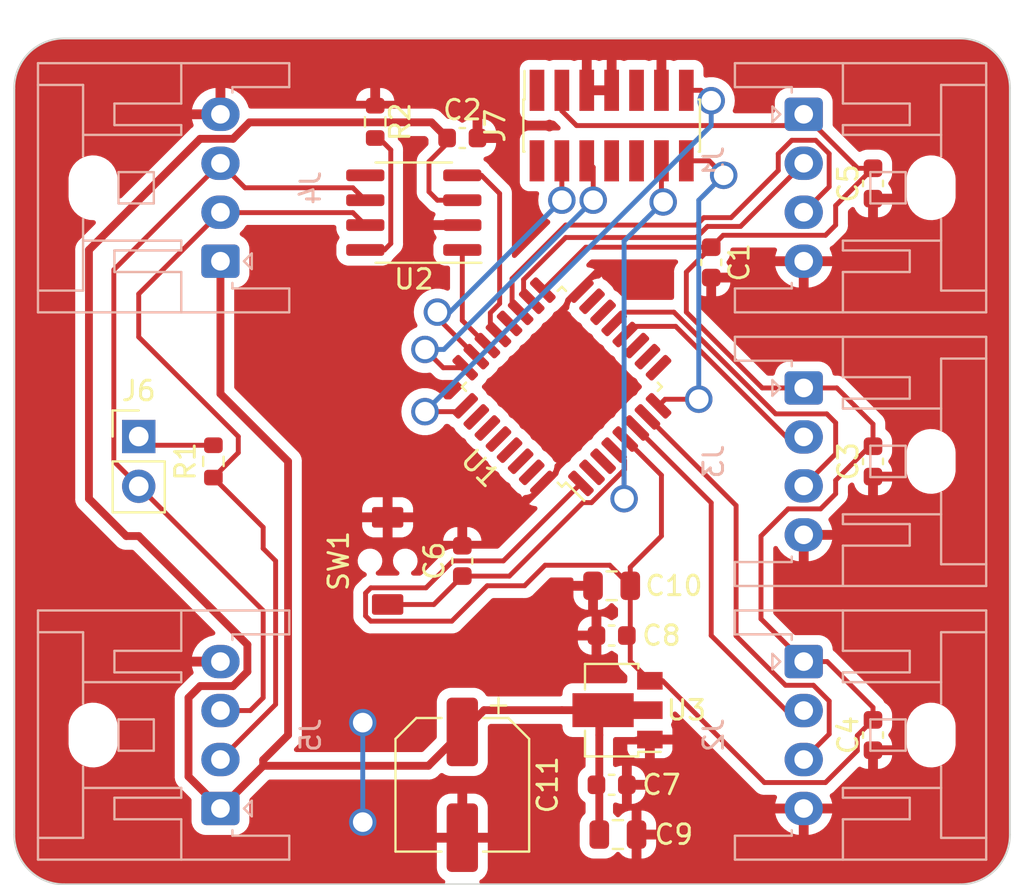
<source format=kicad_pcb>
(kicad_pcb (version 20221018) (generator pcbnew)
  (layers (0 "F.Cu" signal) (31 "B.Cu" signal) (34 "B.Paste" user) (35 "F.Paste" user) (36 "B.SilkS" user "B.Silkscreen") (37 "F.SilkS" user "F.Silkscreen") (38 "B.Mask" user) (39 "F.Mask" user) (44 "Edge.Cuts" user))
  (net 0 "")
  (net 1 "+3.3V")
  (net 2 "GND")
  (net 3 "+5V")
  (net 4 "/encoder1A")
  (net 5 "/encoder2A")
  (net 6 "/encoder2B")
  (net 7 "/encoder3A")
  (net 8 "/encoder3B")
  (net 9 "/CAN_H")
  (net 10 "/CAN_L")
  (net 11 "Net-(J6-Pin_1)")
  (net 12 "Net-(U2-Rs)")
  (net 20 "/encoder1B")
  (net 29 "/nrst")
  (net 32 "/SWDIO")
  (net 33 "/SWCLK")
  (net 37 "/VCPRX")
  (net 38 "/VCPTX")
  (net 39 "/CAN_RX")
  (net 40 "/CAN_TX")
  (footprint "Capacitor_SMD:C_0603_1608Metric" (layer "F.Cu") (at 165.1 91.44)
    (fp_text reference "C2" (at 0 -1.43) (layer "F.SilkS"))
    (fp_text value "C")
    (pad "1" smd roundrect (at -0.775 0) (size 0.9 0.95) (layers "F.Cu" "F.Paste" "F.Mask") (net 3 "+5V"))
    (pad "2" smd roundrect (at 0.775 0) (size 0.9 0.95) (layers "F.Cu" "F.Paste" "F.Mask") (net 2 "GND"))
  )
  (footprint "Capacitor_SMD:C_0603_1608Metric" (layer "F.Cu") (at 177.8 97.79 -90)
    (fp_text reference "C1" (at 0 -1.43 90) (layer "F.SilkS"))
    (fp_text value "C")
    (pad "1" smd roundrect (at -0.775 0 270) (size 0.9 0.95) (layers "F.Cu" "F.Paste" "F.Mask") (net 1 "+3.3V"))
    (pad "2" smd roundrect (at 0.775 0 270) (size 0.9 0.95) (layers "F.Cu" "F.Paste" "F.Mask") (net 2 "GND"))
  )
  (footprint "Resistor_SMD:R_0603_1608Metric" (layer "F.Cu") (at 152.4 107.95 90)
    (fp_text reference "R1" (at 0 -1.43 90) (layer "F.SilkS"))
    (fp_text value "120")
    (pad "1" smd roundrect (at -0.825 0 90) (size 0.8 0.95) (layers "F.Cu" "F.Paste" "F.Mask") (net 9 "/CAN_H"))
    (pad "2" smd roundrect (at 0.825 0 90) (size 0.8 0.95) (layers "F.Cu" "F.Paste" "F.Mask") (net 11 "Net-(J6-Pin_1)"))
  )
  (footprint "Capacitor_SMD:C_0805_2012Metric" (layer "F.Cu") (at 173.04 127)
    (fp_text reference "C9" (at 2.855 0) (layer "F.SilkS"))
    (fp_text value "C")
    (pad "1" smd roundrect (at -0.95 0) (size 1 1.45) (layers "F.Cu" "F.Paste" "F.Mask") (net 3 "+5V"))
    (pad "2" smd roundrect (at 0.95 0) (size 1 1.45) (layers "F.Cu" "F.Paste" "F.Mask") (net 2 "GND"))
  )
  (footprint "Connector_PinSocket_1.27mm:PinSocket_2x07_P1.27mm_Vertical_SMD" (layer "F.Cu") (at 172.72 90.805 90)
    (fp_text reference "J7" (at 0 -5.945 90) (layer "F.SilkS"))
    (fp_text value "Conn_ST_STDC14")
    (pad "1" smd rect (at 1.8 -3.81 90) (size 2.1 0.75) (layers "F.Cu" "F.Paste" "F.Mask"))
    (pad "2" smd rect (at -1.8 -3.81 90) (size 2.1 0.75) (layers "F.Cu" "F.Paste" "F.Mask"))
    (pad "3" smd rect (at 1.8 -2.54 90) (size 2.1 0.75) (layers "F.Cu" "F.Paste" "F.Mask") (net 1 "+3.3V"))
    (pad "4" smd rect (at -1.8 -2.54 90) (size 2.1 0.75) (layers "F.Cu" "F.Paste" "F.Mask") (net 32 "/SWDIO"))
    (pad "5" smd rect (at 1.8 -1.27 90) (size 2.1 0.75) (layers "F.Cu" "F.Paste" "F.Mask") (net 2 "GND"))
    (pad "6" smd rect (at -1.8 -1.27 90) (size 2.1 0.75) (layers "F.Cu" "F.Paste" "F.Mask") (net 33 "/SWCLK"))
    (pad "7" smd rect (at 1.8 0 90) (size 2.1 0.75) (layers "F.Cu" "F.Paste" "F.Mask") (net 2 "GND"))
    (pad "8" smd rect (at -1.8 0 90) (size 2.1 0.75) (layers "F.Cu" "F.Paste" "F.Mask"))
    (pad "9" smd rect (at 1.8 1.27 90) (size 2.1 0.75) (layers "F.Cu" "F.Paste" "F.Mask"))
    (pad "10" smd rect (at -1.8 1.27 90) (size 2.1 0.75) (layers "F.Cu" "F.Paste" "F.Mask"))
    (pad "11" smd rect (at 1.8 2.54 90) (size 2.1 0.75) (layers "F.Cu" "F.Paste" "F.Mask") (net 2 "GND"))
    (pad "12" smd rect (at -1.8 2.54 90) (size 2.1 0.75) (layers "F.Cu" "F.Paste" "F.Mask") (net 29 "/nrst"))
    (pad "13" smd rect (at 1.8 3.81 90) (size 2.1 0.75) (layers "F.Cu" "F.Paste" "F.Mask") (net 37 "/VCPRX"))
    (pad "14" smd rect (at -1.8 3.81 90) (size 2.1 0.75) (layers "F.Cu" "F.Paste" "F.Mask") (net 38 "/VCPTX"))
  )
  (footprint "Capacitor_SMD:C_0603_1608Metric" (layer "F.Cu") (at 165.1 113.03 90)
    (fp_text reference "C6" (at 0 -1.43 90) (layer "F.SilkS"))
    (fp_text value "C")
    (pad "1" smd roundrect (at -0.775 0 90) (size 0.9 0.95) (layers "F.Cu" "F.Paste" "F.Mask") (net 29 "/nrst"))
    (pad "2" smd roundrect (at 0.775 0 90) (size 0.9 0.95) (layers "F.Cu" "F.Paste" "F.Mask") (net 2 "GND"))
  )
  (footprint "Package_SO:SOIC-8_3.9x4.9mm_P1.27mm" (layer "F.Cu") (at 162.625 95.25 180)
    (fp_text reference "U2" (at 0 -3.4) (layer "F.SilkS"))
    (fp_text value "MCP2551-I-SN")
    (pad "1" smd roundrect (at -2.475 -1.905 180) (size 1.95 0.6) (layers "F.Cu" "F.Paste" "F.Mask") (net 40 "/CAN_TX"))
    (pad "2" smd roundrect (at -2.475 -0.635 180) (size 1.95 0.6) (layers "F.Cu" "F.Paste" "F.Mask") (net 2 "GND"))
    (pad "3" smd roundrect (at -2.475 0.635 180) (size 1.95 0.6) (layers "F.Cu" "F.Paste" "F.Mask") (net 3 "+5V"))
    (pad "4" smd roundrect (at -2.475 1.905 180) (size 1.95 0.6) (layers "F.Cu" "F.Paste" "F.Mask") (net 39 "/CAN_RX"))
    (pad "5" smd roundrect (at 2.475 1.905 180) (size 1.95 0.6) (layers "F.Cu" "F.Paste" "F.Mask"))
    (pad "6" smd roundrect (at 2.475 0.635 180) (size 1.95 0.6) (layers "F.Cu" "F.Paste" "F.Mask") (net 10 "/CAN_L"))
    (pad "7" smd roundrect (at 2.475 -0.635 180) (size 1.95 0.6) (layers "F.Cu" "F.Paste" "F.Mask") (net 9 "/CAN_H"))
    (pad "8" smd roundrect (at 2.475 -1.905 180) (size 1.95 0.6) (layers "F.Cu" "F.Paste" "F.Mask") (net 12 "Net-(U2-Rs)"))
  )
  (footprint "Capacitor_SMD:CP_Elec_6.3x7.7" (layer "F.Cu") (at 165.1 124.46 -90)
    (fp_text reference "C11" (at 0 -4.35 90) (layer "F.SilkS"))
    (fp_text value "C_Polarized")
    (pad "1" smd roundrect (at -2.7 0 270) (size 3.5 1.6) (layers "F.Cu" "F.Paste" "F.Mask") (roundrect_rratio 0.15625) (net 3 "+5V"))
    (pad "2" smd roundrect (at 2.7 0 270) (size 3.5 1.6) (layers "F.Cu" "F.Paste" "F.Mask") (roundrect_rratio 0.15625) (net 2 "GND"))
  )
  (footprint "Capacitor_SMD:C_0603_1608Metric" (layer "F.Cu") (at 186.055 107.95 -90)
    (fp_text reference "C3" (at 0 1.27 90) (layer "F.SilkS"))
    (fp_text value "C")
    (pad "1" smd roundrect (at -0.775 0 270) (size 0.9 0.95) (layers "F.Cu" "F.Paste" "F.Mask") (net 1 "+3.3V"))
    (pad "2" smd roundrect (at 0.775 0 270) (size 0.9 0.95) (layers "F.Cu" "F.Paste" "F.Mask") (net 2 "GND"))
  )
  (footprint "Capacitor_SMD:C_0805_2012Metric" (layer "F.Cu") (at 172.72 114.3 180)
    (fp_text reference "C10" (at -3.175 0) (layer "F.SilkS"))
    (fp_text value "C")
    (pad "1" smd roundrect (at -0.95 0 180) (size 1 1.45) (layers "F.Cu" "F.Paste" "F.Mask") (net 1 "+3.3V"))
    (pad "2" smd roundrect (at 0.95 0 180) (size 1 1.45) (layers "F.Cu" "F.Paste" "F.Mask") (net 2 "GND"))
  )
  (footprint "Capacitor_SMD:C_0603_1608Metric" (layer "F.Cu") (at 172.72 116.84 180)
    (fp_text reference "C8" (at -2.54 0) (layer "F.SilkS"))
    (fp_text value "C")
    (pad "1" smd roundrect (at -0.775 0 180) (size 0.9 0.95) (layers "F.Cu" "F.Paste" "F.Mask") (net 1 "+3.3V"))
    (pad "2" smd roundrect (at 0.775 0 180) (size 0.9 0.95) (layers "F.Cu" "F.Paste" "F.Mask") (net 2 "GND"))
  )
  (footprint "Button_Switch_additional:TVAF06-A020B-R" (layer "F.Cu") (at 161.29 113.03 180)
    (fp_text reference "SW1" (at 2.5 0 90) (layer "F.SilkS"))
    (fp_text value "SW_Push")
    (pad "" np_thru_hole circle (at -0.9 0 180) (size 0.75 0.75) (drill 0.75) (layers "*.Cu" "*.Mask"))
    (pad "" np_thru_hole circle (at 0.9 0 180) (size 0.75 0.75) (drill 0.75) (layers "*.Cu" "*.Mask"))
    (pad "1" smd roundrect (at 0 2.225 180) (size 1.6 1.05) (layers "F.Cu" "F.Paste" "F.Mask") (roundrect_rratio 0.125) (net 2 "GND"))
    (pad "2" smd roundrect (at 0 -2.225 180) (size 1.6 1.05) (layers "F.Cu" "F.Paste" "F.Mask") (roundrect_rratio 0.125) (net 29 "/nrst"))
  )
  (footprint "Resistor_SMD:R_0603_1608Metric" (layer "F.Cu") (at 160.655 90.615 90)
    (fp_text reference "R2" (at 0 1.27 90) (layer "F.SilkS"))
    (fp_text value "10k")
    (pad "1" smd roundrect (at -0.825 0 90) (size 0.8 0.95) (layers "F.Cu" "F.Paste" "F.Mask") (net 12 "Net-(U2-Rs)"))
    (pad "2" smd roundrect (at 0.825 0 90) (size 0.8 0.95) (layers "F.Cu" "F.Paste" "F.Mask") (net 2 "GND"))
  )
  (footprint "Capacitor_SMD:C_0603_1608Metric" (layer "F.Cu") (at 186.055 121.92 -90)
    (fp_text reference "C4" (at 0 1.27 90) (layer "F.SilkS"))
    (fp_text value "C")
    (pad "1" smd roundrect (at -0.775 0 270) (size 0.9 0.95) (layers "F.Cu" "F.Paste" "F.Mask") (net 1 "+3.3V"))
    (pad "2" smd roundrect (at 0.775 0 270) (size 0.9 0.95) (layers "F.Cu" "F.Paste" "F.Mask") (net 2 "GND"))
  )
  (footprint "Capacitor_SMD:C_0603_1608Metric" (layer "F.Cu") (at 172.72 124.46)
    (fp_text reference "C7" (at 2.54 0) (layer "F.SilkS"))
    (fp_text value "C")
    (pad "1" smd roundrect (at -0.775 0) (size 0.9 0.95) (layers "F.Cu" "F.Paste" "F.Mask") (net 3 "+5V"))
    (pad "2" smd roundrect (at 0.775 0) (size 0.9 0.95) (layers "F.Cu" "F.Paste" "F.Mask") (net 2 "GND"))
  )
  (footprint "Capacitor_SMD:C_0603_1608Metric" (layer "F.Cu") (at 186.055 93.76 -90)
    (fp_text reference "C5" (at 0 1.27 90) (layer "F.SilkS"))
    (fp_text value "C")
    (pad "1" smd roundrect (at -0.775 0 270) (size 0.9 0.95) (layers "F.Cu" "F.Paste" "F.Mask") (net 1 "+3.3V"))
    (pad "2" smd roundrect (at 0.775 0 270) (size 0.9 0.95) (layers "F.Cu" "F.Paste" "F.Mask") (net 2 "GND"))
  )
  (footprint "Connector_PinHeader_2.54mm:PinHeader_1x02_P2.54mm_Vertical" (layer "F.Cu") (at 148.59 106.68)
    (fp_text reference "J6" (at 0 -2.33) (layer "F.SilkS"))
    (fp_text value "Conn_01x02_Pin")
    (pad "1" thru_hole rect (at 0 0) (size 1.7 1.7) (drill 1) (layers "*.Cu" "*.Mask") (net 11 "Net-(J6-Pin_1)"))
    (pad "2" thru_hole oval (at 0 2.54) (size 1.7 1.7) (drill 1) (layers "*.Cu" "*.Mask") (net 10 "/CAN_L"))
  )
  (footprint "Package_TO_SOT_SMD:SOT-89-3" (layer "F.Cu") (at 172.72 120.65 180)
    (fp_text reference "U3" (at -3.81 0) (layer "F.SilkS"))
    (fp_text value "MCP1703Ax-330xxMB")
    (pad "1" smd rect (at -1.95 -1.5 180) (size 1.3 0.9) (layers "F.Cu" "F.Paste" "F.Mask") (net 2 "GND"))
    (pad "2" smd custom (at -1.8625 0 180) (size 1.475 0.9) (layers "F.Cu" "F.Paste" "F.Mask") (net 3 "+5V") (options (clearance outline) (anchor rect)) (primitives (gr_poly (pts (xy 3.8625 0.8665) (xy 0.7375 0.8665) (xy 0.7375 -0.8665) (xy 3.8625 -0.8665)) (width 0) (fill yes))))
    (pad "3" smd rect (at -1.95 1.5 180) (size 1.3 0.9) (layers "F.Cu" "F.Paste" "F.Mask") (net 1 "+3.3V"))
  )
  (footprint "Package_QFP:LQFP-32_7x7mm_P0.8mm" (layer "F.Cu") (at 170.18 104.14 135)
    (fp_text reference "U1" (at 0 -5.88 135) (layer "F.SilkS"))
    (fp_text value "STM32F303K8Tx")
    (pad "1" smd roundrect (at -4.175 -2.8 135) (size 1.5 0.5) (layers "F.Cu" "F.Paste" "F.Mask") (net 1 "+3.3V"))
    (pad "2" smd roundrect (at -4.175 -2 135) (size 1.5 0.5) (layers "F.Cu" "F.Paste" "F.Mask"))
    (pad "3" smd roundrect (at -4.175 -1.2 135) (size 1.5 0.5) (layers "F.Cu" "F.Paste" "F.Mask"))
    (pad "4" smd roundrect (at -4.175 -0.4 135) (size 1.5 0.5) (layers "F.Cu" "F.Paste" "F.Mask") (net 29 "/nrst"))
    (pad "5" smd roundrect (at -4.175 0.4 135) (size 1.5 0.5) (layers "F.Cu" "F.Paste" "F.Mask") (net 1 "+3.3V"))
    (pad "6" smd roundrect (at -4.175 1.2 135) (size 1.5 0.5) (layers "F.Cu" "F.Paste" "F.Mask") (net 5 "/encoder2A"))
    (pad "7" smd roundrect (at -4.175 2 135) (size 1.5 0.5) (layers "F.Cu" "F.Paste" "F.Mask") (net 6 "/encoder2B"))
    (pad "8" smd roundrect (at -4.175 2.8 135) (size 1.5 0.5) (layers "F.Cu" "F.Paste" "F.Mask") (net 38 "/VCPTX"))
    (pad "9" smd roundrect (at -2.8 4.175 135) (size 0.5 1.5) (layers "F.Cu" "F.Paste" "F.Mask"))
    (pad "10" smd roundrect (at -2 4.175 135) (size 0.5 1.5) (layers "F.Cu" "F.Paste" "F.Mask"))
    (pad "11" smd roundrect (at -1.2 4.175 135) (size 0.5 1.5) (layers "F.Cu" "F.Paste" "F.Mask"))
    (pad "12" smd roundrect (at -0.4 4.175 135) (size 0.5 1.5) (layers "F.Cu" "F.Paste" "F.Mask") (net 7 "/encoder3A"))
    (pad "13" smd roundrect (at 0.4 4.175 135) (size 0.5 1.5) (layers "F.Cu" "F.Paste" "F.Mask") (net 8 "/encoder3B"))
    (pad "14" smd roundrect (at 1.2 4.175 135) (size 0.5 1.5) (layers "F.Cu" "F.Paste" "F.Mask"))
    (pad "15" smd roundrect (at 2 4.175 135) (size 0.5 1.5) (layers "F.Cu" "F.Paste" "F.Mask"))
    (pad "16" smd roundrect (at 2.8 4.175 135) (size 0.5 1.5) (layers "F.Cu" "F.Paste" "F.Mask") (net 2 "GND"))
    (pad "17" smd roundrect (at 4.175 2.8 135) (size 1.5 0.5) (layers "F.Cu" "F.Paste" "F.Mask") (net 1 "+3.3V"))
    (pad "18" smd roundrect (at 4.175 2 135) (size 1.5 0.5) (layers "F.Cu" "F.Paste" "F.Mask") (net 4 "/encoder1A"))
    (pad "19" smd roundrect (at 4.175 1.2 135) (size 1.5 0.5) (layers "F.Cu" "F.Paste" "F.Mask") (net 20 "/encoder1B"))
    (pad "20" smd roundrect (at 4.175 0.4 135) (size 1.5 0.5) (layers "F.Cu" "F.Paste" "F.Mask"))
    (pad "21" smd roundrect (at 4.175 -0.4 135) (size 1.5 0.5) (layers "F.Cu" "F.Paste" "F.Mask") (net 39 "/CAN_RX"))
    (pad "22" smd roundrect (at 4.175 -1.2 135) (size 1.5 0.5) (layers "F.Cu" "F.Paste" "F.Mask") (net 40 "/CAN_TX"))
    (pad "23" smd roundrect (at 4.175 -2 135) (size 1.5 0.5) (layers "F.Cu" "F.Paste" "F.Mask") (net 32 "/SWDIO"))
    (pad "24" smd roundrect (at 4.175 -2.8 135) (size 1.5 0.5) (layers "F.Cu" "F.Paste" "F.Mask") (net 33 "/SWCLK"))
    (pad "25" smd roundrect (at 2.8 -4.175 135) (size 0.5 1.5) (layers "F.Cu" "F.Paste" "F.Mask") (net 37 "/VCPRX"))
    (pad "26" smd roundrect (at 2 -4.175 135) (size 0.5 1.5) (layers "F.Cu" "F.Paste" "F.Mask"))
    (pad "27" smd roundrect (at 1.2 -4.175 135) (size 0.5 1.5) (layers "F.Cu" "F.Paste" "F.Mask"))
    (pad "28" smd roundrect (at 0.4 -4.175 135) (size 0.5 1.5) (layers "F.Cu" "F.Paste" "F.Mask"))
    (pad "29" smd roundrect (at -0.4 -4.175 135) (size 0.5 1.5) (layers "F.Cu" "F.Paste" "F.Mask"))
    (pad "30" smd roundrect (at -1.2 -4.175 135) (size 0.5 1.5) (layers "F.Cu" "F.Paste" "F.Mask"))
    (pad "31" smd roundrect (at -2 -4.175 135) (size 0.5 1.5) (layers "F.Cu" "F.Paste" "F.Mask"))
    (pad "32" smd roundrect (at -2.8 -4.175 135) (size 0.5 1.5) (layers "F.Cu" "F.Paste" "F.Mask") (net 2 "GND"))
  )
  (footprint "Connector_JST:JST_XA_S04B-XASK-1_1x04_P2.50mm_Horizontal" (layer "B.Cu") (at 152.76 125.67 90)
    (fp_text reference "J5" (at 3.75 4.6 90) (layer "B.SilkS") (effects (justify mirror)))
    (fp_text value "Conn_01x04_Socket")
    (pad "" np_thru_hole oval (at 3.75 -6.5 90) (size 2.8 2) (drill oval 2.8 2) (layers "*.Cu" "*.Mask"))
    (pad "1" thru_hole roundrect (at 0 0 90) (size 1.7 1.95) (drill 0.95) (layers "*.Cu" "*.Mask") (roundrect_rratio 0.1470588235) (net 3 "+5V"))
    (pad "2" thru_hole oval (at 2.5 0 90) (size 1.7 1.95) (drill 0.95) (layers "*.Cu" "*.Mask") (net 9 "/CAN_H"))
    (pad "3" thru_hole oval (at 5 0 90) (size 1.7 1.95) (drill 0.95) (layers "*.Cu" "*.Mask") (net 10 "/CAN_L"))
    (pad "4" thru_hole oval (at 7.5 0 90) (size 1.7 1.95) (drill 0.95) (layers "*.Cu" "*.Mask") (net 2 "GND"))
  )
  (footprint "Connector_JST:JST_XA_S04B-XASK-1_1x04_P2.50mm_Horizontal" (layer "B.Cu") (at 182.52 90.23 -90)
    (fp_text reference "J1" (at 2.48 4.6 90) (layer "B.SilkS") (effects (justify mirror)))
    (fp_text value "Conn_01x04_Socket")
    (pad "" np_thru_hole oval (at 3.75 -6.5 270) (size 2.8 2) (drill oval 2.8 2) (layers "*.Cu" "*.Mask"))
    (pad "1" thru_hole roundrect (at 0 0 270) (size 1.7 1.95) (drill 0.95) (layers "*.Cu" "*.Mask") (roundrect_rratio 0.1470588235) (net 1 "+3.3V"))
    (pad "2" thru_hole oval (at 2.5 0 270) (size 1.7 1.95) (drill 0.95) (layers "*.Cu" "*.Mask") (net 4 "/encoder1A"))
    (pad "3" thru_hole oval (at 5 0 270) (size 1.7 1.95) (drill 0.95) (layers "*.Cu" "*.Mask") (net 20 "/encoder1B"))
    (pad "4" thru_hole oval (at 7.5 0 270) (size 1.7 1.95) (drill 0.95) (layers "*.Cu" "*.Mask") (net 2 "GND"))
  )
  (footprint "Connector_JST:JST_XA_S04B-XASK-1_1x04_P2.50mm_Horizontal" (layer "B.Cu") (at 182.52 118.17 -90)
    (fp_text reference "J2" (at 3.75 4.6 90) (layer "B.SilkS") (effects (justify mirror)))
    (fp_text value "Conn_01x04_Socket")
    (pad "" np_thru_hole oval (at 3.75 -6.5 270) (size 2.8 2) (drill oval 2.8 2) (layers "*.Cu" "*.Mask"))
    (pad "1" thru_hole roundrect (at 0 0 270) (size 1.7 1.95) (drill 0.95) (layers "*.Cu" "*.Mask") (roundrect_rratio 0.1470588235) (net 1 "+3.3V"))
    (pad "2" thru_hole oval (at 2.5 0 270) (size 1.7 1.95) (drill 0.95) (layers "*.Cu" "*.Mask") (net 5 "/encoder2A"))
    (pad "3" thru_hole oval (at 5 0 270) (size 1.7 1.95) (drill 0.95) (layers "*.Cu" "*.Mask") (net 6 "/encoder2B"))
    (pad "4" thru_hole oval (at 7.5 0 270) (size 1.7 1.95) (drill 0.95) (layers "*.Cu" "*.Mask") (net 2 "GND"))
  )
  (footprint "Connector_JST:JST_XA_S04B-XASK-1_1x04_P2.50mm_Horizontal" (layer "B.Cu") (at 182.52 104.2 -90)
    (fp_text reference "J3" (at 3.75 4.6 90) (layer "B.SilkS") (effects (justify mirror)))
    (fp_text value "Conn_01x04_Socket")
    (pad "" np_thru_hole oval (at 3.75 -6.5 270) (size 2.8 2) (drill oval 2.8 2) (layers "*.Cu" "*.Mask"))
    (pad "1" thru_hole roundrect (at 0 0 270) (size 1.7 1.95) (drill 0.95) (layers "*.Cu" "*.Mask") (roundrect_rratio 0.1470588235) (net 1 "+3.3V"))
    (pad "2" thru_hole oval (at 2.5 0 270) (size 1.7 1.95) (drill 0.95) (layers "*.Cu" "*.Mask") (net 7 "/encoder3A"))
    (pad "3" thru_hole oval (at 5 0 270) (size 1.7 1.95) (drill 0.95) (layers "*.Cu" "*.Mask") (net 8 "/encoder3B"))
    (pad "4" thru_hole oval (at 7.5 0 270) (size 1.7 1.95) (drill 0.95) (layers "*.Cu" "*.Mask") (net 2 "GND"))
  )
  (footprint "Connector_JST:JST_XA_S04B-XASK-1_1x04_P2.50mm_Horizontal" (layer "B.Cu") (at 152.76 97.73 90)
    (fp_text reference "J4" (at 3.75 4.6 90) (layer "B.SilkS") (effects (justify mirror)))
    (fp_text value "Conn_01x04_Socket")
    (pad "" np_thru_hole oval (at 3.75 -6.5 90) (size 2.8 2) (drill oval 2.8 2) (layers "*.Cu" "*.Mask"))
    (pad "1" thru_hole roundrect (at 0 0 90) (size 1.7 1.95) (drill 0.95) (layers "*.Cu" "*.Mask") (roundrect_rratio 0.1470588235) (net 3 "+5V"))
    (pad "2" thru_hole oval (at 2.5 0 90) (size 1.7 1.95) (drill 0.95) (layers "*.Cu" "*.Mask") (net 9 "/CAN_H"))
    (pad "3" thru_hole oval (at 5 0 90) (size 1.7 1.95) (drill 0.95) (layers "*.Cu" "*.Mask") (net 10 "/CAN_L"))
    (pad "4" thru_hole oval (at 7.5 0 90) (size 1.7 1.95) (drill 0.95) (layers "*.Cu" "*.Mask") (net 2 "GND"))
  )
  (gr_line (start 142.24 88.9) (end 142.24 127) (stroke (width 0.1)) (layer "Edge.Cuts"))
  (gr_arc (start 142.24 88.9) (mid 142.983949 87.103949) (end 144.78 86.36) (stroke (width 0.1)) (layer "Edge.Cuts"))
  (gr_arc (start 190.5 86.36) (mid 192.296051 87.103949) (end 193.04 88.9) (stroke (width 0.1)) (layer "Edge.Cuts"))
  (gr_arc (start 144.78 129.54) (mid 142.983949 128.796051) (end 142.24 127) (stroke (width 0.1)) (layer "Edge.Cuts"))
  (gr_arc (start 193.04 127) (mid 192.296051 128.796051) (end 190.5 129.54) (stroke (width 0.1)) (layer "Edge.Cuts"))
  (gr_line (start 190.5 129.54) (end 144.78 129.54) (stroke (width 0.1)) (layer "Edge.Cuts"))
  (gr_line (start 193.04 88.9) (end 193.04 127) (stroke (width 0.1)) (layer "Edge.Cuts"))
  (gr_line (start 144.78 86.36) (end 190.5 86.36) (stroke (width 0.1)) (layer "Edge.Cuts"))
  (segment (start 174.67 119.15) (end 173.67 118.15) (width 0.25) (layer "F.Cu") (net 1))
  (segment (start 182.52 104.2) (end 180.402792 104.2) (width 0.25) (layer "F.Cu") (net 1))
  (segment (start 181.945 90.805) (end 182.52 90.23) (width 0.25) (layer "F.Cu") (net 1))
  (segment (start 176.531396 100.328604) (end 176.531396 98.283604) (width 0.25) (layer "F.Cu") (net 1))
  (segment (start 160.165 114.672264) (end 160.165 115.837736) (width 0.25) (layer "F.Cu") (net 1))
  (segment (start 185.255 121.945) (end 185.255 122.72) (width 0.25) (layer "F.Cu") (net 1))
  (segment (start 185.891247 107.175) (end 184.15 108.916247) (width 0.25) (layer "F.Cu") (net 1))
  (segment (start 175.26 108.654314) (end 173.415014 106.809328) (width 0.25) (layer "F.Cu") (net 1))
  (segment (start 181.725 110.375) (end 180.34 111.76) (width 0.25) (layer "F.Cu") (net 1))
  (segment (start 183.63 124.345) (end 180.515 124.345) (width 0.25) (layer "F.Cu") (net 1))
  (segment (start 182.52 118.17) (end 183.715 118.17) (width 0.25) (layer "F.Cu") (net 1))
  (segment (start 186.055 107.175) (end 185.891247 107.175) (width 0.25) (layer "F.Cu") (net 1))
  (segment (start 164.622182 113.03) (end 163.247182 114.405) (width 0.25) (layer "F.Cu") (net 1))
  (segment (start 164.565 116.105) (end 166.37 114.3) (width 0.25) (layer "F.Cu") (net 1))
  (segment (start 186.055 120.51) (end 186.055 121.145) (width 0.25) (layer "F.Cu") (net 1))
  (segment (start 160.432264 116.105) (end 164.565 116.105) (width 0.25) (layer "F.Cu") (net 1))
  (segment (start 160.432264 114.405) (end 160.165 114.672264) (width 0.25) (layer "F.Cu") (net 1))
  (segment (start 160.165 115.837736) (end 160.432264 116.105) (width 0.25) (layer "F.Cu") (net 1))
  (segment (start 180.515 124.345) (end 175.32 119.15) (width 0.25) (layer "F.Cu") (net 1))
  (segment (start 173.67 114.3) (end 173.67 113.35) (width 0.25) (layer "F.Cu") (net 1))
  (segment (start 184.15 95.885) (end 184.15 94.89) (width 0.25) (layer "F.Cu") (net 1))
  (segment (start 183.378867 110.375) (end 181.725 110.375) (width 0.25) (layer "F.Cu") (net 1))
  (segment (start 176.531396 98.283604) (end 177.8 97.015) (width 0.25) (layer "F.Cu") (net 1))
  (segment (start 184.15 108.916247) (end 184.15 109.603867) (width 0.25) (layer "F.Cu") (net 1))
  (segment (start 171.400658 97.015) (end 177.8 97.015) (width 0.25) (layer "F.Cu") (net 1))
  (segment (start 186.055 107.175) (end 186.055 106.045) (width 0.25) (layer "F.Cu") (net 1))
  (segment (start 169.325 113.25) (end 172.62 113.25) (width 0.25) (layer "F.Cu") (net 1))
  (segment (start 167.194342 113.03) (end 164.622182 113.03) (width 0.25) (layer "F.Cu") (net 1))
  (segment (start 184.21 104.2) (end 182.52 104.2) (width 0.25) (layer "F.Cu") (net 1))
  (segment (start 170.18 89.005) (end 170.18 90.055) (width 0.25) (layer "F.Cu") (net 1))
  (segment (start 170.93 90.805) (end 181.945 90.805) (width 0.25) (layer "F.Cu") (net 1))
  (segment (start 175.32 119.15) (end 174.67 119.15) (width 0.25) (layer "F.Cu") (net 1))
  (segment (start 184.15 109.603867) (end 183.378867 110.375) (width 0.25) (layer "F.Cu") (net 1))
  (segment (start 175.26 111.76) (end 175.26 108.654314) (width 0.25) (layer "F.Cu") (net 1))
  (segment (start 168.275 114.3) (end 169.325 113.25) (width 0.25) (layer "F.Cu") (net 1))
  (segment (start 186.055 106.045) (end 184.21 104.2) (width 0.25) (layer "F.Cu") (net 1))
  (segment (start 184.15 94.89) (end 186.055 92.985) (width 0.25) (layer "F.Cu") (net 1))
  (segment (start 185.275 92.985) (end 182.52 90.23) (width 0.25) (layer "F.Cu") (net 1))
  (segment (start 180.34 115.99) (end 182.52 118.17) (width 0.25) (layer "F.Cu") (net 1))
  (segment (start 177.8 97.015) (end 178.41 96.405) (width 0.25) (layer "F.Cu") (net 1))
  (segment (start 183.63 96.405) (end 184.15 95.885) (width 0.25) (layer "F.Cu") (net 1))
  (segment (start 185.255 122.72) (end 183.63 124.345) (width 0.25) (layer "F.Cu") (net 1))
  (segment (start 183.715 118.17) (end 186.055 120.51) (width 0.25) (layer "F.Cu") (net 1))
  (segment (start 171.152272 109.07207) (end 167.194342 113.03) (width 0.25) (layer "F.Cu") (net 1))
  (segment (start 166.37 114.3) (end 168.275 114.3) (width 0.25) (layer "F.Cu") (net 1))
  (segment (start 170.18 90.055) (end 170.93 90.805) (width 0.25) (layer "F.Cu") (net 1))
  (segment (start 186.055 92.985) (end 185.275 92.985) (width 0.25) (layer "F.Cu") (net 1))
  (segment (start 172.62 113.25) (end 173.67 114.3) (width 0.25) (layer "F.Cu") (net 1))
  (segment (start 163.247182 114.405) (end 160.432264 114.405) (width 0.25) (layer "F.Cu") (net 1))
  (segment (start 169.207728 99.20793) (end 171.400658 97.015) (width 0.25) (layer "F.Cu") (net 1))
  (segment (start 186.055 121.145) (end 185.255 121.945) (width 0.25) (layer "F.Cu") (net 1))
  (segment (start 180.402792 104.2) (end 176.531396 100.328604) (width 0.25) (layer "F.Cu") (net 1))
  (segment (start 173.67 118.15) (end 173.67 114.3) (width 0.25) (layer "F.Cu") (net 1))
  (segment (start 178.41 96.405) (end 183.63 96.405) (width 0.25) (layer "F.Cu") (net 1))
  (segment (start 173.67 113.35) (end 175.26 111.76) (width 0.25) (layer "F.Cu") (net 1))
  (segment (start 180.34 111.76) (end 180.34 115.99) (width 0.25) (layer "F.Cu") (net 1))
  (via (at 160.02 121.285) (size 1.4) (drill 1) (layers "F.Cu" "B.Cu") (net 2))
  (via (at 160.02 126.365) (size 1.4) (drill 1) (layers "F.Cu" "B.Cu") (net 2))
  (segment (start 160.02 126.365) (end 160.02 121.285) (width 0.25) (layer "B.Cu") (net 2))
  (segment (start 170.18 120.65) (end 174.5825 120.65) (width 0.4) (layer "F.Cu") (net 3))
  (segment (start 154.94 123.19) (end 154.94 123.49) (width 0.4) (layer "F.Cu") (net 3))
  (segment (start 165.1 121.76) (end 166.21 120.65) (width 0.4) (layer "F.Cu") (net 3))
  (segment (start 163.4 94.185) (end 163.4 92.645) (width 0.25) (layer "F.Cu") (net 3))
  (segment (start 156.21 121.92) (end 154.94 123.19) (width 0.4) (layer "F.Cu") (net 3))
  (segment (start 163.4 92.645) (end 164.605 91.44) (width 0.25) (layer "F.Cu") (net 3))
  (segment (start 151.725 91.48) (end 146.05 97.155) (width 0.4) (layer "F.Cu") (net 3))
  (segment (start 165.1 94.615) (end 163.83 94.615) (width 0.25) (layer "F.Cu") (net 3))
  (segment (start 163.37 123.49) (end 165.1 121.76) (width 0.4) (layer "F.Cu") (net 3))
  (segment (start 154.133753 117.303753) (end 154.133753 118.685048) (width 0.4) (layer "F.Cu") (net 3))
  (segment (start 172.09 121.92) (end 172.09 121.28) (width 0.4) (layer "F.Cu") (net 3))
  (segment (start 163.83 94.615) (end 163.4 94.185) (width 0.25) (layer "F.Cu") (net 3))
  (segment (start 164.325 91.44) (end 163.525 90.64) (width 0.4) (layer "F.Cu") (net 3))
  (segment (start 152.76 97.73) (end 152.76 104.5) (width 0.4) (layer "F.Cu") (net 3))
  (segment (start 151.13 124.04) (end 152.76 125.67) (width 0.4) (layer "F.Cu") (net 3))
  (segment (start 166.21 120.65) (end 170.18 120.65) (width 0.4) (layer "F.Cu") (net 3))
  (segment (start 163.525 90.64) (end 154.242327 90.64) (width 0.4) (layer "F.Cu") (net 3))
  (segment (start 172.09 127) (end 172.09 121.92) (width 0.4) (layer "F.Cu") (net 3))
  (segment (start 153.398801 119.42) (end 151.725 119.42) (width 0.4) (layer "F.Cu") (net 3))
  (segment (start 147.955 111.76) (end 148.59 111.76) (width 0.4) (layer "F.Cu") (net 3))
  (segment (start 154.242327 90.64) (end 153.402327 91.48) (width 0.4) (layer "F.Cu") (net 3))
  (segment (start 153.402327 91.48) (end 151.725 91.48) (width 0.4) (layer "F.Cu") (net 3))
  (segment (start 154.133753 118.685048) (end 153.398801 119.42) (width 0.4) (layer "F.Cu") (net 3))
  (segment (start 152.76 104.5) (end 156.21 107.95) (width 0.4) (layer "F.Cu") (net 3))
  (segment (start 151.725 119.42) (end 151.13 120.015) (width 0.4) (layer "F.Cu") (net 3))
  (segment (start 148.59 111.76) (end 154.133753 117.303753) (width 0.4) (layer "F.Cu") (net 3))
  (segment (start 146.05 109.855) (end 147.955 111.76) (width 0.4) (layer "F.Cu") (net 3))
  (segment (start 154.94 123.49) (end 163.37 123.49) (width 0.4) (layer "F.Cu") (net 3))
  (segment (start 151.13 120.015) (end 151.13 124.04) (width 0.4) (layer "F.Cu") (net 3))
  (segment (start 156.21 107.95) (end 156.21 121.92) (width 0.4) (layer "F.Cu") (net 3))
  (segment (start 146.05 97.155) (end 146.05 109.855) (width 0.4) (layer "F.Cu") (net 3))
  (segment (start 154.94 123.49) (end 152.76 125.67) (width 0.4) (layer "F.Cu") (net 3))
  (segment (start 177.042182 96.52) (end 170.375378 96.52) (width 0.25) (layer "F.Cu") (net 4))
  (segment (start 177.607182 95.955) (end 177.042182 96.52) (width 0.25) (layer "F.Cu") (net 4))
  (segment (start 179.295 95.955) (end 177.607182 95.955) (width 0.25) (layer "F.Cu") (net 4))
  (segment (start 182.52 92.73) (end 179.295 95.955) (width 0.25) (layer "F.Cu") (net 4))
  (segment (start 168.227398 99.358971) (end 168.642043 99.773616) (width 0.25) (layer "F.Cu") (net 4))
  (segment (start 170.375378 96.52) (end 168.227398 98.66798) (width 0.25) (layer "F.Cu") (net 4))
  (segment (start 168.227398 98.66798) (end 168.227398 99.358971) (width 0.25) (layer "F.Cu") (net 4))
  (segment (start 177.8 116.84) (end 177.8 110.062944) (width 0.25) (layer "F.Cu") (net 5))
  (segment (start 182.5 120.65) (end 181.61 120.65) (width 0.25) (layer "F.Cu") (net 5))
  (segment (start 182.52 120.67) (end 182.5 120.65) (width 0.25) (layer "F.Cu") (net 5))
  (segment (start 181.61 120.65) (end 177.8 116.84) (width 0.25) (layer "F.Cu") (net 5))
  (segment (start 177.8 110.062944) (end 173.980699 106.243643) (width 0.25) (layer "F.Cu") (net 5))
  (segment (start 183.82 120.183739) (end 183.016261 119.38) (width 0.25) (layer "F.Cu") (net 6))
  (segment (start 181.591826 119.38) (end 179.07 116.858174) (width 0.25) (layer "F.Cu") (net 6))
  (segment (start 182.52 123.17) (end 183.82 121.87) (width 0.25) (layer "F.Cu") (net 6))
  (segment (start 183.82 121.87) (end 183.82 120.183739) (width 0.25) (layer "F.Cu") (net 6))
  (segment (start 179.07 110.201573) (end 174.546384 105.677957) (width 0.25) (layer "F.Cu") (net 6))
  (segment (start 179.07 116.858174) (end 179.07 110.201573) (width 0.25) (layer "F.Cu") (net 6))
  (segment (start 183.016261 119.38) (end 181.591826 119.38) (width 0.25) (layer "F.Cu") (net 6))
  (segment (start 173.829659 101.056027) (end 173.415014 101.470672) (width 0.25) (layer "F.Cu") (net 7))
  (segment (start 181.63 106.7) (end 175.986027 101.056027) (width 0.25) (layer "F.Cu") (net 7))
  (segment (start 182.52 106.7) (end 181.63 106.7) (width 0.25) (layer "F.Cu") (net 7))
  (segment (start 175.986027 101.056027) (end 173.829659 101.056027) (width 0.25) (layer "F.Cu") (net 7))
  (segment (start 182.52 109.2) (end 184.15 107.57) (width 0.25) (layer "F.Cu") (net 8))
  (segment (start 175.896396 100.33) (end 173.424314 100.33) (width 0.25) (layer "F.Cu") (net 8))
  (segment (start 181.091396 105.525) (end 175.896396 100.33) (width 0.25) (layer "F.Cu") (net 8))
  (segment (start 184.15 107.57) (end 184.15 105.976869) (width 0.25) (layer "F.Cu") (net 8))
  (segment (start 173.424314 100.33) (end 172.849328 100.904986) (width 0.25) (layer "F.Cu") (net 8))
  (segment (start 184.15 105.976869) (end 183.698131 105.525) (width 0.25) (layer "F.Cu") (net 8))
  (segment (start 183.698131 105.525) (end 181.091396 105.525) (width 0.25) (layer "F.Cu") (net 8))
  (segment (start 159.515 95.25) (end 152.78 95.25) (width 0.25) (layer "F.Cu") (net 9))
  (segment (start 152.4 108.775) (end 154.94 111.315) (width 0.25) (layer "F.Cu") (net 9))
  (segment (start 160.15 95.885) (end 159.515 95.25) (width 0.25) (layer "F.Cu") (net 9))
  (segment (start 152.76 95.23) (end 148.59 99.4) (width 0.25) (layer "F.Cu") (net 9))
  (segment (start 153.67 106.68) (end 153.67 107.505) (width 0.25) (layer "F.Cu") (net 9))
  (segment (start 154.94 112.395) (end 155.575 113.03) (width 0.25) (layer "F.Cu") (net 9))
  (segment (start 155.575 120.355) (end 152.76 123.17) (width 0.25) (layer "F.Cu") (net 9))
  (segment (start 148.59 101.6) (end 153.67 106.68) (width 0.25) (layer "F.Cu") (net 9))
  (segment (start 152.78 95.25) (end 152.76 95.23) (width 0.25) (layer "F.Cu") (net 9))
  (segment (start 153.67 107.505) (end 152.4 108.775) (width 0.25) (layer "F.Cu") (net 9))
  (segment (start 155.575 113.03) (end 155.575 120.355) (width 0.25) (layer "F.Cu") (net 9))
  (segment (start 148.59 99.4) (end 148.59 101.6) (width 0.25) (layer "F.Cu") (net 9))
  (segment (start 154.94 111.315) (end 154.94 112.395) (width 0.25) (layer "F.Cu") (net 9))
  (segment (start 154.01 93.98) (end 152.76 92.73) (width 0.25) (layer "F.Cu") (net 10))
  (segment (start 160.15 94.615) (end 159.515 93.98) (width 0.25) (layer "F.Cu") (net 10))
  (segment (start 154.94 120.015) (end 154.285 120.67) (width 0.25) (layer "F.Cu") (net 10))
  (segment (start 147.32 98.17) (end 147.32 107.95) (width 0.25) (layer "F.Cu") (net 10))
  (segment (start 154.285 120.67) (end 152.76 120.67) (width 0.25) (layer "F.Cu") (net 10))
  (segment (start 148.59 109.22) (end 154.94 115.57) (width 0.25) (layer "F.Cu") (net 10))
  (segment (start 154.94 115.57) (end 154.94 120.015) (width 0.25) (layer "F.Cu") (net 10))
  (segment (start 147.32 107.95) (end 148.59 109.22) (width 0.25) (layer "F.Cu") (net 10))
  (segment (start 152.76 92.73) (end 147.32 98.17) (width 0.25) (layer "F.Cu") (net 10))
  (segment (start 159.515 93.98) (end 154.01 93.98) (width 0.25) (layer "F.Cu") (net 10))
  (segment (start 149.035 107.125) (end 148.59 106.68) (width 0.25) (layer "F.Cu") (net 11))
  (segment (start 152.4 107.125) (end 149.035 107.125) (width 0.25) (layer "F.Cu") (net 11))
  (segment (start 160.15 97.155) (end 161.125 97.155) (width 0.25) (layer "F.Cu") (net 12))
  (segment (start 161.45 96.83) (end 161.45 92.045) (width 0.25) (layer "F.Cu") (net 12))
  (segment (start 161.125 97.155) (end 161.45 96.83) (width 0.25) (layer "F.Cu") (net 12))
  (segment (start 161.45 92.045) (end 160.845 91.44) (width 0.25) (layer "F.Cu") (net 12))
  (segment (start 178.815 95.505) (end 177.420786 95.505) (width 0.25) (layer "F.Cu") (net 20))
  (segment (start 181.221247 92.246018) (end 181.221247 93.098753) (width 0.25) (layer "F.Cu") (net 20))
  (segment (start 183.818753 92.242492) (end 183.131261 91.555) (width 0.25) (layer "F.Cu") (net 20))
  (segment (start 182.52 95.23) (end 183.818753 93.931247) (width 0.25) (layer "F.Cu") (net 20))
  (segment (start 167.64 98.618982) (end 167.64 99.902944) (width 0.25) (layer "F.Cu") (net 20))
  (segment (start 181.912265 91.555) (end 181.221247 92.246018) (width 0.25) (layer "F.Cu") (net 20))
  (segment (start 183.131261 91.555) (end 181.912265 91.555) (width 0.25) (layer "F.Cu") (net 20))
  (segment (start 167.64 99.902944) (end 168.076357 100.339301) (width 0.25) (layer "F.Cu") (net 20))
  (segment (start 181.221247 93.098753) (end 178.815 95.505) (width 0.25) (layer "F.Cu") (net 20))
  (segment (start 177.420786 95.505) (end 177.040786 95.885) (width 0.25) (layer "F.Cu") (net 20))
  (segment (start 177.040786 95.885) (end 170.373982 95.885) (width 0.25) (layer "F.Cu") (net 20))
  (segment (start 183.818753 93.931247) (end 183.818753 92.242492) (width 0.25) (layer "F.Cu") (net 20))
  (segment (start 170.373982 95.885) (end 167.64 98.618982) (width 0.25) (layer "F.Cu") (net 20))
  (segment (start 171.2526 110.0524) (end 171.692222 110.0524) (width 0.25) (layer "F.Cu") (net 29))
  (segment (start 173.379658 107.905344) (end 172.849328 107.375014) (width 0.25) (layer "F.Cu") (net 29))
  (segment (start 175.26 92.605) (end 175.26 94.615) (width 0.25) (layer "F.Cu") (net 29))
  (segment (start 175.26 94.615) (end 175.349431 94.704431) (width 0.25) (layer "F.Cu") (net 29))
  (segment (start 173.379658 108.364964) (end 173.379658 107.905344) (width 0.25) (layer "F.Cu") (net 29))
  (segment (start 167.5 113.805) (end 171.2526 110.0524) (width 0.25) (layer "F.Cu") (net 29))
  (segment (start 163.65 115.255) (end 165.1 113.805) (width 0.25) (layer "F.Cu") (net 29))
  (segment (start 171.692222 110.0524) (end 173.379658 108.364964) (width 0.25) (layer "F.Cu") (net 29))
  (segment (start 173.355 109.855) (end 173.355 107.880686) (width 0.25) (layer "F.Cu") (net 29))
  (segment (start 165.1 113.805) (end 167.5 113.805) (width 0.25) (layer "F.Cu") (net 29))
  (segment (start 173.355 107.880686) (end 172.849328 107.375014) (width 0.25) (layer "F.Cu") (net 29))
  (segment (start 161.29 115.255) (end 163.65 115.255) (width 0.25) (layer "F.Cu") (net 29))
  (via (at 173.355 109.855) (size 1.4) (drill 1) (layers "F.Cu" "B.Cu") (net 29))
  (via (at 175.349431 94.704431) (size 1.4) (drill 1) (layers "F.Cu" "B.Cu") (net 29))
  (segment (start 173.355 96.698862) (end 173.355 109.855) (width 0.25) (layer "B.Cu") (net 29))
  (segment (start 175.349431 94.704431) (end 174.396931 95.656931) (width 0.25) (layer "B.Cu") (net 29))
  (segment (start 174.396931 95.656931) (end 173.355 96.698862) (width 0.25) (layer "B.Cu") (net 29))
  (segment (start 163.83 100.618427) (end 163.83 100.33) (width 0.25) (layer "F.Cu") (net 32))
  (segment (start 165.813616 102.602043) (end 163.83 100.618427) (width 0.25) (layer "F.Cu") (net 32))
  (segment (start 170.18 94.615) (end 170.18 92.605) (width 0.25) (layer "F.Cu") (net 32))
  (via (at 170.18 94.615) (size 1.4) (drill 1) (layers "F.Cu" "B.Cu") (net 32))
  (via (at 163.83 100.33) (size 1.4) (drill 1) (layers "F.Cu" "B.Cu") (net 32))
  (segment (start 164.465 100.33) (end 170.18 94.615) (width 0.25) (layer "B.Cu") (net 32))
  (segment (start 163.83 100.33) (end 164.465 100.33) (width 0.25) (layer "B.Cu") (net 32))
  (segment (start 171.779503 92.934503) (end 171.45 92.605) (width 0.25) (layer "F.Cu") (net 33))
  (segment (start 165.24793 103.167728) (end 164.127728 103.167728) (width 0.25) (layer "F.Cu") (net 33))
  (segment (start 164.127728 103.167728) (end 163.195 102.235) (width 0.25) (layer "F.Cu") (net 33))
  (segment (start 171.779503 94.615) (end 171.779503 92.934503) (width 0.25) (layer "F.Cu") (net 33))
  (via (at 171.779503 94.615) (size 1.4) (drill 1) (layers "F.Cu" "B.Cu") (net 33))
  (via (at 163.195 102.235) (size 1.4) (drill 1) (layers "F.Cu" "B.Cu") (net 33))
  (segment (start 163.195 102.235) (end 164.159503 102.235) (width 0.25) (layer "B.Cu") (net 33))
  (segment (start 164.159503 102.235) (end 171.779503 94.615) (width 0.25) (layer "B.Cu") (net 33))
  (segment (start 163.195 105.41) (end 164.950202 105.41) (width 0.25) (layer "F.Cu") (net 37))
  (segment (start 164.950202 105.41) (end 165.24793 105.112272) (width 0.25) (layer "F.Cu") (net 37))
  (segment (start 177.27 89.005) (end 177.8 89.535) (width 0.25) (layer "F.Cu") (net 37))
  (segment (start 176.53 89.005) (end 177.27 89.005) (width 0.25) (layer "F.Cu") (net 37))
  (via (at 177.8 89.535) (size 1.4) (drill 1) (layers "F.Cu" "B.Cu") (net 37))
  (via (at 163.195 105.41) (size 1.4) (drill 1) (layers "F.Cu" "B.Cu") (net 37))
  (segment (start 177.8 90.805) (end 163.195 105.41) (width 0.25) (layer "B.Cu") (net 37))
  (segment (start 177.8 89.535) (end 177.8 90.805) (width 0.25) (layer "B.Cu") (net 37))
  (segment (start 175.449342 104.775) (end 175.11207 105.112272) (width 0.25) (layer "F.Cu") (net 38))
  (segment (start 177.695 92.605) (end 178.435 93.345) (width 0.25) (layer "F.Cu") (net 38))
  (segment (start 176.53 92.605) (end 177.695 92.605) (width 0.25) (layer "F.Cu") (net 38))
  (segment (start 177.165 104.775) (end 175.449342 104.775) (width 0.25) (layer "F.Cu") (net 38))
  (via (at 177.165 104.775) (size 1.4) (drill 1) (layers "F.Cu" "B.Cu") (net 38))
  (via (at 178.435 93.345) (size 1.4) (drill 1) (layers "F.Cu" "B.Cu") (net 38))
  (segment (start 178.435 93.345) (end 177.165 94.615) (width 0.25) (layer "B.Cu") (net 38))
  (segment (start 177.165 94.615) (end 177.165 104.775) (width 0.25) (layer "B.Cu") (net 38))
  (segment (start 166.075 93.345) (end 167.005 94.275) (width 0.25) (layer "F.Cu") (net 39))
  (segment (start 166.530342 100.365036) (end 166.530342 101.056028) (width 0.25) (layer "F.Cu") (net 39))
  (segment (start 167.005 94.275) (end 167.005 99.890378) (width 0.25) (layer "F.Cu") (net 39))
  (segment (start 165.1 93.345) (end 166.075 93.345) (width 0.25) (layer "F.Cu") (net 39))
  (segment (start 166.530342 101.056028) (end 166.944986 101.470672) (width 0.25) (layer "F.Cu") (net 39))
  (segment (start 167.005 99.890378) (end 166.530342 100.365036) (width 0.25) (layer "F.Cu") (net 39))
  (segment (start 165.1 97.155) (end 165.1 100.757056) (width 0.25) (layer "F.Cu") (net 40))
  (segment (start 165.1 100.757056) (end 166.379301 102.036357) (width 0.25) (layer "F.Cu") (net 40))
  (zone (net 2) (net_name "GND") (layer "F.Cu") (connect_pads (clearance 0.5)) (min_thickness 0.25) (fill yes (thermal_gap 0.5) (thermal_bridge_width 0.5))
    (polygon (pts (xy 142.24 86.36) (xy 193.04 86.36) (xy 193.04 129.54) (xy 142.24 129.54)))
  )
)
</source>
